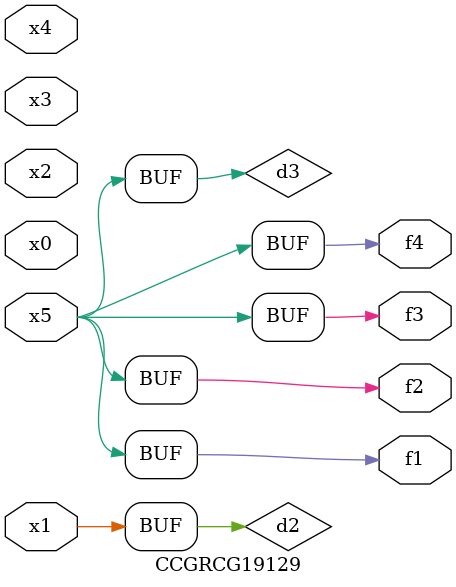
<source format=v>
module CCGRCG19129(
	input x0, x1, x2, x3, x4, x5,
	output f1, f2, f3, f4
);

	wire d1, d2, d3;

	not (d1, x5);
	or (d2, x1);
	xnor (d3, d1);
	assign f1 = d3;
	assign f2 = d3;
	assign f3 = d3;
	assign f4 = d3;
endmodule

</source>
